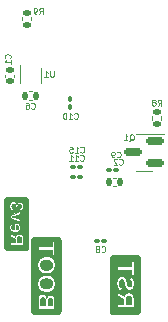
<source format=gbo>
G04 #@! TF.GenerationSoftware,KiCad,Pcbnew,(6.0.5-0)*
G04 #@! TF.CreationDate,2022-09-21T23:51:35-04:00*
G04 #@! TF.ProjectId,pico_ducky_pcb,7069636f-5f64-4756-936b-795f7063622e,rev?*
G04 #@! TF.SameCoordinates,Original*
G04 #@! TF.FileFunction,Legend,Bot*
G04 #@! TF.FilePolarity,Positive*
%FSLAX46Y46*%
G04 Gerber Fmt 4.6, Leading zero omitted, Abs format (unit mm)*
G04 Created by KiCad (PCBNEW (6.0.5-0)) date 2022-09-21 23:51:35*
%MOMM*%
%LPD*%
G01*
G04 APERTURE LIST*
G04 Aperture macros list*
%AMRoundRect*
0 Rectangle with rounded corners*
0 $1 Rounding radius*
0 $2 $3 $4 $5 $6 $7 $8 $9 X,Y pos of 4 corners*
0 Add a 4 corners polygon primitive as box body*
4,1,4,$2,$3,$4,$5,$6,$7,$8,$9,$2,$3,0*
0 Add four circle primitives for the rounded corners*
1,1,$1+$1,$2,$3*
1,1,$1+$1,$4,$5*
1,1,$1+$1,$6,$7*
1,1,$1+$1,$8,$9*
0 Add four rect primitives between the rounded corners*
20,1,$1+$1,$2,$3,$4,$5,0*
20,1,$1+$1,$4,$5,$6,$7,0*
20,1,$1+$1,$6,$7,$8,$9,0*
20,1,$1+$1,$8,$9,$2,$3,0*%
G04 Aperture macros list end*
%ADD10C,0.010000*%
%ADD11C,0.100000*%
%ADD12C,0.120000*%
%ADD13C,0.711200*%
%ADD14C,2.600000*%
%ADD15RoundRect,0.140000X0.170000X-0.140000X0.170000X0.140000X-0.170000X0.140000X-0.170000X-0.140000X0*%
%ADD16RoundRect,0.100000X0.130000X0.100000X-0.130000X0.100000X-0.130000X-0.100000X0.130000X-0.100000X0*%
%ADD17RoundRect,0.140000X-0.140000X-0.170000X0.140000X-0.170000X0.140000X0.170000X-0.140000X0.170000X0*%
%ADD18RoundRect,0.135000X-0.185000X0.135000X-0.185000X-0.135000X0.185000X-0.135000X0.185000X0.135000X0*%
%ADD19RoundRect,0.100000X-0.130000X-0.100000X0.130000X-0.100000X0.130000X0.100000X-0.130000X0.100000X0*%
%ADD20R,0.300000X0.450000*%
%ADD21RoundRect,0.150000X0.587500X0.150000X-0.587500X0.150000X-0.587500X-0.150000X0.587500X-0.150000X0*%
%ADD22RoundRect,0.100000X0.100000X-0.130000X0.100000X0.130000X-0.100000X0.130000X-0.100000X-0.130000X0*%
%ADD23RoundRect,0.140000X0.140000X0.170000X-0.140000X0.170000X-0.140000X-0.170000X0.140000X-0.170000X0*%
%ADD24RoundRect,0.135000X0.185000X-0.135000X0.185000X0.135000X-0.185000X0.135000X-0.185000X-0.135000X0*%
G04 APERTURE END LIST*
D10*
G36*
X81436377Y-60100640D02*
G01*
X81477682Y-60118280D01*
X81509802Y-60147670D01*
X81532736Y-60188810D01*
X81546500Y-60241690D01*
X81551093Y-60306350D01*
X81551093Y-60613930D01*
X81212576Y-60613930D01*
X81212576Y-60299830D01*
X81213843Y-60267560D01*
X81217642Y-60237990D01*
X81223959Y-60211130D01*
X81232825Y-60186990D01*
X81244223Y-60165570D01*
X81258139Y-60146850D01*
X81274344Y-60130950D01*
X81292593Y-60117920D01*
X81312872Y-60107800D01*
X81335181Y-60100570D01*
X81359518Y-60096220D01*
X81385901Y-60094770D01*
X81436377Y-60100640D01*
G37*
X81436377Y-60100640D02*
X81477682Y-60118280D01*
X81509802Y-60147670D01*
X81532736Y-60188810D01*
X81546500Y-60241690D01*
X81551093Y-60306350D01*
X81551093Y-60613930D01*
X81212576Y-60613930D01*
X81212576Y-60299830D01*
X81213843Y-60267560D01*
X81217642Y-60237990D01*
X81223959Y-60211130D01*
X81232825Y-60186990D01*
X81244223Y-60165570D01*
X81258139Y-60146850D01*
X81274344Y-60130950D01*
X81292593Y-60117920D01*
X81312872Y-60107800D01*
X81335181Y-60100570D01*
X81359518Y-60096220D01*
X81385901Y-60094770D01*
X81436377Y-60100640D01*
G36*
X81164435Y-59144756D02*
G01*
X81195532Y-59150112D01*
X81223654Y-59157589D01*
X81248831Y-59167202D01*
X81271033Y-59178936D01*
X81290289Y-59192791D01*
X81306570Y-59208568D01*
X81319907Y-59226055D01*
X81330267Y-59245266D01*
X81337668Y-59266201D01*
X81342108Y-59288860D01*
X81343588Y-59313228D01*
X81342032Y-59339046D01*
X81337347Y-59362819D01*
X81329550Y-59384517D01*
X81318625Y-59404171D01*
X81304587Y-59421779D01*
X81287436Y-59437313D01*
X81267477Y-59450679D01*
X81245032Y-59461772D01*
X81220099Y-59470577D01*
X81192679Y-59477108D01*
X81162772Y-59481334D01*
X81130408Y-59483303D01*
X81130408Y-59141521D01*
X81164435Y-59144756D01*
G37*
X81164435Y-59144756D02*
X81195532Y-59150112D01*
X81223654Y-59157589D01*
X81248831Y-59167202D01*
X81271033Y-59178936D01*
X81290289Y-59192791D01*
X81306570Y-59208568D01*
X81319907Y-59226055D01*
X81330267Y-59245266D01*
X81337668Y-59266201D01*
X81342108Y-59288860D01*
X81343588Y-59313228D01*
X81342032Y-59339046D01*
X81337347Y-59362819D01*
X81329550Y-59384517D01*
X81318625Y-59404171D01*
X81304587Y-59421779D01*
X81287436Y-59437313D01*
X81267477Y-59450679D01*
X81245032Y-59461772D01*
X81220099Y-59470577D01*
X81192679Y-59477108D01*
X81162772Y-59481334D01*
X81130408Y-59483303D01*
X81130408Y-59141521D01*
X81164435Y-59144756D01*
G36*
X80360892Y-61266920D02*
G01*
X80322760Y-61257760D01*
X80286505Y-61242750D01*
X80253058Y-61222240D01*
X80223227Y-61196770D01*
X80197760Y-61166940D01*
X80177252Y-61133490D01*
X80162238Y-61097240D01*
X80153082Y-61059110D01*
X80150000Y-61020000D01*
X80150000Y-59796123D01*
X80590887Y-59796123D01*
X80590887Y-60066280D01*
X81026236Y-60332380D01*
X81026236Y-60613930D01*
X80590887Y-60613930D01*
X80590887Y-60854000D01*
X81737448Y-60854000D01*
X81737448Y-60281120D01*
X81734991Y-60215360D01*
X81727637Y-60154810D01*
X81715369Y-60099450D01*
X81698203Y-60049300D01*
X81676123Y-60004329D01*
X81649146Y-59964580D01*
X81617590Y-59930507D01*
X81581747Y-59902629D01*
X81541632Y-59880947D01*
X81497260Y-59865474D01*
X81448599Y-59856182D01*
X81395667Y-59853084D01*
X81356436Y-59854976D01*
X81319037Y-59860683D01*
X81283469Y-59870174D01*
X81249731Y-59883464D01*
X81217825Y-59900554D01*
X81187750Y-59921443D01*
X81160254Y-59945568D01*
X81136099Y-59972347D01*
X81115240Y-60001796D01*
X81097708Y-60033920D01*
X81083502Y-60068710D01*
X81072623Y-60106170D01*
X81035193Y-60082080D01*
X80590887Y-59796123D01*
X80150000Y-59796123D01*
X80150000Y-59313228D01*
X80574606Y-59313228D01*
X80577872Y-59376857D01*
X80587683Y-59435375D01*
X80604010Y-59488796D01*
X80626868Y-59537090D01*
X80656271Y-59580287D01*
X80692206Y-59618389D01*
X80734396Y-59650951D01*
X80782568Y-59677608D01*
X80836737Y-59698329D01*
X80896902Y-59713130D01*
X80963049Y-59722011D01*
X81035193Y-59724971D01*
X81105078Y-59721965D01*
X81169348Y-59712947D01*
X81228033Y-59697917D01*
X81281104Y-59676876D01*
X81328574Y-59649822D01*
X81370428Y-59616756D01*
X81406241Y-59578167D01*
X81435538Y-59534557D01*
X81458319Y-59485942D01*
X81474600Y-59432308D01*
X81484366Y-59373638D01*
X81487616Y-59309963D01*
X81484122Y-59249248D01*
X81473639Y-59193508D01*
X81471350Y-59186851D01*
X81456183Y-59142742D01*
X81431738Y-59096935D01*
X81400305Y-59056118D01*
X81361899Y-59020259D01*
X81316733Y-58989696D01*
X81265097Y-58964672D01*
X81206976Y-58945217D01*
X81142371Y-58931316D01*
X81071280Y-58922969D01*
X80993689Y-58920192D01*
X80987189Y-58920192D01*
X80987189Y-59484920D01*
X80946082Y-59483593D01*
X80908469Y-59479625D01*
X80874365Y-59473018D01*
X80843771Y-59463756D01*
X80816687Y-59451854D01*
X80793097Y-59437313D01*
X80773077Y-59420330D01*
X80756705Y-59401104D01*
X80743979Y-59379634D01*
X80734869Y-59355938D01*
X80729422Y-59329998D01*
X80727606Y-59301830D01*
X80730521Y-59263896D01*
X80739264Y-59230938D01*
X80753836Y-59202953D01*
X80774252Y-59179943D01*
X80800497Y-59161907D01*
X80832556Y-59148845D01*
X80813849Y-58933208D01*
X80740759Y-58969768D01*
X80680945Y-59017025D01*
X80634421Y-59074993D01*
X80601187Y-59143688D01*
X80581259Y-59223094D01*
X80574606Y-59313228D01*
X80150000Y-59313228D01*
X80150000Y-58563472D01*
X80590887Y-58563472D01*
X81471350Y-58878383D01*
X81471350Y-58636699D01*
X80979041Y-58482921D01*
X80962088Y-58477916D01*
X80938361Y-58471065D01*
X80907843Y-58462368D01*
X80870535Y-58451808D01*
X80775595Y-58425136D01*
X80788123Y-58421947D01*
X80803458Y-58417812D01*
X80821585Y-58412731D01*
X80842505Y-58406688D01*
X80866248Y-58399715D01*
X80892783Y-58391780D01*
X80932135Y-58379558D01*
X80994315Y-58359767D01*
X81079337Y-58332363D01*
X81187170Y-58297374D01*
X81317831Y-58254787D01*
X81471350Y-58204616D01*
X81471350Y-57965370D01*
X80902548Y-58175122D01*
X80590887Y-58290050D01*
X80590887Y-58563472D01*
X80150000Y-58563472D01*
X80150000Y-57519940D01*
X80572165Y-57519940D01*
X80574530Y-57579420D01*
X80581610Y-57634690D01*
X80593420Y-57685740D01*
X80609961Y-57732600D01*
X80631216Y-57775250D01*
X80657202Y-57813700D01*
X80687628Y-57847550D01*
X80722250Y-57876370D01*
X80761053Y-57900170D01*
X80804037Y-57918960D01*
X80851202Y-57932720D01*
X80902548Y-57941460D01*
X80922903Y-57708720D01*
X80872427Y-57697400D01*
X80831122Y-57678080D01*
X80799002Y-57650750D01*
X80776068Y-57615410D01*
X80762289Y-57572090D01*
X80757712Y-57520760D01*
X80758841Y-57494380D01*
X80762228Y-57470040D01*
X80767874Y-57447730D01*
X80775793Y-57427460D01*
X80785956Y-57409210D01*
X80798392Y-57393000D01*
X80813147Y-57379090D01*
X80830313Y-57367690D01*
X80849860Y-57358820D01*
X80871817Y-57352490D01*
X80896155Y-57348690D01*
X80922903Y-57347440D01*
X80947394Y-57348960D01*
X80969916Y-57353570D01*
X80990439Y-57361260D01*
X81008963Y-57372020D01*
X81025519Y-57385860D01*
X81040060Y-57402770D01*
X81052496Y-57422690D01*
X81062674Y-57445610D01*
X81070578Y-57471520D01*
X81076239Y-57500410D01*
X81079626Y-57532280D01*
X81080756Y-57567130D01*
X81080756Y-57646890D01*
X81265479Y-57646890D01*
X81265479Y-57572020D01*
X81266592Y-57540550D01*
X81269949Y-57511810D01*
X81275534Y-57485760D01*
X81283377Y-57462440D01*
X81293433Y-57441830D01*
X81305746Y-57423920D01*
X81320135Y-57408750D01*
X81336447Y-57396340D01*
X81354666Y-57386680D01*
X81374823Y-57379790D01*
X81396902Y-57375650D01*
X81420889Y-57374280D01*
X81443640Y-57375380D01*
X81464697Y-57378660D01*
X81484061Y-57384140D01*
X81501715Y-57391810D01*
X81517691Y-57401680D01*
X81531973Y-57413740D01*
X81544272Y-57427900D01*
X81554343Y-57444070D01*
X81562186Y-57462260D01*
X81567770Y-57482460D01*
X81571127Y-57504680D01*
X81572256Y-57528900D01*
X81571173Y-57551740D01*
X81567908Y-57573070D01*
X81562491Y-57592880D01*
X81554892Y-57611170D01*
X81545126Y-57627960D01*
X81533194Y-57643230D01*
X81519263Y-57656700D01*
X81503531Y-57668130D01*
X81485999Y-57677500D01*
X81466635Y-57684810D01*
X81445486Y-57690070D01*
X81422522Y-57693260D01*
X81438803Y-57921930D01*
X81486380Y-57913540D01*
X81530386Y-57900330D01*
X81570822Y-57882260D01*
X81607703Y-57859370D01*
X81640982Y-57831630D01*
X81670706Y-57799070D01*
X81696326Y-57762280D01*
X81717276Y-57721930D01*
X81733572Y-57678020D01*
X81745215Y-57630520D01*
X81752203Y-57579460D01*
X81754538Y-57524820D01*
X81752280Y-57467070D01*
X81745535Y-57413660D01*
X81734290Y-57364620D01*
X81718542Y-57319940D01*
X81698294Y-57279630D01*
X81673560Y-57243680D01*
X81644843Y-57212720D01*
X81612662Y-57187390D01*
X81577032Y-57167690D01*
X81537939Y-57153620D01*
X81495383Y-57145180D01*
X81449377Y-57142360D01*
X81414633Y-57144110D01*
X81382010Y-57149360D01*
X81351523Y-57158140D01*
X81323157Y-57170390D01*
X81296912Y-57186170D01*
X81272787Y-57205440D01*
X81251028Y-57228010D01*
X81231833Y-57253670D01*
X81215216Y-57282440D01*
X81201178Y-57314280D01*
X81189719Y-57349240D01*
X81180838Y-57387290D01*
X81177588Y-57387290D01*
X81170874Y-57345040D01*
X81161078Y-57306150D01*
X81148199Y-57270630D01*
X81132208Y-57238480D01*
X81113104Y-57209700D01*
X81090918Y-57184280D01*
X81066092Y-57162520D01*
X81039069Y-57144730D01*
X81009863Y-57130870D01*
X80978461Y-57120980D01*
X80944861Y-57115050D01*
X80909064Y-57113060D01*
X80857382Y-57116010D01*
X80809790Y-57124830D01*
X80766241Y-57139520D01*
X80726782Y-57160090D01*
X80691382Y-57186530D01*
X80660056Y-57218870D01*
X80633200Y-57256600D01*
X80611227Y-57299330D01*
X80594138Y-57347030D01*
X80581931Y-57399680D01*
X80574606Y-57457330D01*
X80572165Y-57519940D01*
X80150000Y-57519940D01*
X80150000Y-57020000D01*
X80153082Y-56980890D01*
X80162238Y-56942760D01*
X80177252Y-56906510D01*
X80197760Y-56873060D01*
X80223227Y-56843230D01*
X80253058Y-56817760D01*
X80286505Y-56797250D01*
X80322760Y-56782240D01*
X80360892Y-56773080D01*
X80400000Y-56770000D01*
X81900000Y-56770000D01*
X81939108Y-56773080D01*
X81977240Y-56782240D01*
X82013495Y-56797250D01*
X82046942Y-56817760D01*
X82076773Y-56843230D01*
X82102240Y-56873060D01*
X82122748Y-56906510D01*
X82137762Y-56942760D01*
X82146918Y-56980890D01*
X82150000Y-57020000D01*
X82150000Y-61020000D01*
X82146918Y-61059110D01*
X82137762Y-61097240D01*
X82122748Y-61133490D01*
X82102240Y-61166940D01*
X82076773Y-61196770D01*
X82046942Y-61222240D01*
X82013495Y-61242750D01*
X81977240Y-61257760D01*
X81939108Y-61266920D01*
X81900000Y-61270000D01*
X80400000Y-61270000D01*
X80360892Y-61266920D01*
G37*
X80360892Y-61266920D02*
X80322760Y-61257760D01*
X80286505Y-61242750D01*
X80253058Y-61222240D01*
X80223227Y-61196770D01*
X80197760Y-61166940D01*
X80177252Y-61133490D01*
X80162238Y-61097240D01*
X80153082Y-61059110D01*
X80150000Y-61020000D01*
X80150000Y-59796123D01*
X80590887Y-59796123D01*
X80590887Y-60066280D01*
X81026236Y-60332380D01*
X81026236Y-60613930D01*
X80590887Y-60613930D01*
X80590887Y-60854000D01*
X81737448Y-60854000D01*
X81737448Y-60281120D01*
X81734991Y-60215360D01*
X81727637Y-60154810D01*
X81715369Y-60099450D01*
X81698203Y-60049300D01*
X81676123Y-60004329D01*
X81649146Y-59964580D01*
X81617590Y-59930507D01*
X81581747Y-59902629D01*
X81541632Y-59880947D01*
X81497260Y-59865474D01*
X81448599Y-59856182D01*
X81395667Y-59853084D01*
X81356436Y-59854976D01*
X81319037Y-59860683D01*
X81283469Y-59870174D01*
X81249731Y-59883464D01*
X81217825Y-59900554D01*
X81187750Y-59921443D01*
X81160254Y-59945568D01*
X81136099Y-59972347D01*
X81115240Y-60001796D01*
X81097708Y-60033920D01*
X81083502Y-60068710D01*
X81072623Y-60106170D01*
X81035193Y-60082080D01*
X80590887Y-59796123D01*
X80150000Y-59796123D01*
X80150000Y-59313228D01*
X80574606Y-59313228D01*
X80577872Y-59376857D01*
X80587683Y-59435375D01*
X80604010Y-59488796D01*
X80626868Y-59537090D01*
X80656271Y-59580287D01*
X80692206Y-59618389D01*
X80734396Y-59650951D01*
X80782568Y-59677608D01*
X80836737Y-59698329D01*
X80896902Y-59713130D01*
X80963049Y-59722011D01*
X81035193Y-59724971D01*
X81105078Y-59721965D01*
X81169348Y-59712947D01*
X81228033Y-59697917D01*
X81281104Y-59676876D01*
X81328574Y-59649822D01*
X81370428Y-59616756D01*
X81406241Y-59578167D01*
X81435538Y-59534557D01*
X81458319Y-59485942D01*
X81474600Y-59432308D01*
X81484366Y-59373638D01*
X81487616Y-59309963D01*
X81484122Y-59249248D01*
X81473639Y-59193508D01*
X81471350Y-59186851D01*
X81456183Y-59142742D01*
X81431738Y-59096935D01*
X81400305Y-59056118D01*
X81361899Y-59020259D01*
X81316733Y-58989696D01*
X81265097Y-58964672D01*
X81206976Y-58945217D01*
X81142371Y-58931316D01*
X81071280Y-58922969D01*
X80993689Y-58920192D01*
X80987189Y-58920192D01*
X80987189Y-59484920D01*
X80946082Y-59483593D01*
X80908469Y-59479625D01*
X80874365Y-59473018D01*
X80843771Y-59463756D01*
X80816687Y-59451854D01*
X80793097Y-59437313D01*
X80773077Y-59420330D01*
X80756705Y-59401104D01*
X80743979Y-59379634D01*
X80734869Y-59355938D01*
X80729422Y-59329998D01*
X80727606Y-59301830D01*
X80730521Y-59263896D01*
X80739264Y-59230938D01*
X80753836Y-59202953D01*
X80774252Y-59179943D01*
X80800497Y-59161907D01*
X80832556Y-59148845D01*
X80813849Y-58933208D01*
X80740759Y-58969768D01*
X80680945Y-59017025D01*
X80634421Y-59074993D01*
X80601187Y-59143688D01*
X80581259Y-59223094D01*
X80574606Y-59313228D01*
X80150000Y-59313228D01*
X80150000Y-58563472D01*
X80590887Y-58563472D01*
X81471350Y-58878383D01*
X81471350Y-58636699D01*
X80979041Y-58482921D01*
X80962088Y-58477916D01*
X80938361Y-58471065D01*
X80907843Y-58462368D01*
X80870535Y-58451808D01*
X80775595Y-58425136D01*
X80788123Y-58421947D01*
X80803458Y-58417812D01*
X80821585Y-58412731D01*
X80842505Y-58406688D01*
X80866248Y-58399715D01*
X80892783Y-58391780D01*
X80932135Y-58379558D01*
X80994315Y-58359767D01*
X81079337Y-58332363D01*
X81187170Y-58297374D01*
X81317831Y-58254787D01*
X81471350Y-58204616D01*
X81471350Y-57965370D01*
X80902548Y-58175122D01*
X80590887Y-58290050D01*
X80590887Y-58563472D01*
X80150000Y-58563472D01*
X80150000Y-57519940D01*
X80572165Y-57519940D01*
X80574530Y-57579420D01*
X80581610Y-57634690D01*
X80593420Y-57685740D01*
X80609961Y-57732600D01*
X80631216Y-57775250D01*
X80657202Y-57813700D01*
X80687628Y-57847550D01*
X80722250Y-57876370D01*
X80761053Y-57900170D01*
X80804037Y-57918960D01*
X80851202Y-57932720D01*
X80902548Y-57941460D01*
X80922903Y-57708720D01*
X80872427Y-57697400D01*
X80831122Y-57678080D01*
X80799002Y-57650750D01*
X80776068Y-57615410D01*
X80762289Y-57572090D01*
X80757712Y-57520760D01*
X80758841Y-57494380D01*
X80762228Y-57470040D01*
X80767874Y-57447730D01*
X80775793Y-57427460D01*
X80785956Y-57409210D01*
X80798392Y-57393000D01*
X80813147Y-57379090D01*
X80830313Y-57367690D01*
X80849860Y-57358820D01*
X80871817Y-57352490D01*
X80896155Y-57348690D01*
X80922903Y-57347440D01*
X80947394Y-57348960D01*
X80969916Y-57353570D01*
X80990439Y-57361260D01*
X81008963Y-57372020D01*
X81025519Y-57385860D01*
X81040060Y-57402770D01*
X81052496Y-57422690D01*
X81062674Y-57445610D01*
X81070578Y-57471520D01*
X81076239Y-57500410D01*
X81079626Y-57532280D01*
X81080756Y-57567130D01*
X81080756Y-57646890D01*
X81265479Y-57646890D01*
X81265479Y-57572020D01*
X81266592Y-57540550D01*
X81269949Y-57511810D01*
X81275534Y-57485760D01*
X81283377Y-57462440D01*
X81293433Y-57441830D01*
X81305746Y-57423920D01*
X81320135Y-57408750D01*
X81336447Y-57396340D01*
X81354666Y-57386680D01*
X81374823Y-57379790D01*
X81396902Y-57375650D01*
X81420889Y-57374280D01*
X81443640Y-57375380D01*
X81464697Y-57378660D01*
X81484061Y-57384140D01*
X81501715Y-57391810D01*
X81517691Y-57401680D01*
X81531973Y-57413740D01*
X81544272Y-57427900D01*
X81554343Y-57444070D01*
X81562186Y-57462260D01*
X81567770Y-57482460D01*
X81571127Y-57504680D01*
X81572256Y-57528900D01*
X81571173Y-57551740D01*
X81567908Y-57573070D01*
X81562491Y-57592880D01*
X81554892Y-57611170D01*
X81545126Y-57627960D01*
X81533194Y-57643230D01*
X81519263Y-57656700D01*
X81503531Y-57668130D01*
X81485999Y-57677500D01*
X81466635Y-57684810D01*
X81445486Y-57690070D01*
X81422522Y-57693260D01*
X81438803Y-57921930D01*
X81486380Y-57913540D01*
X81530386Y-57900330D01*
X81570822Y-57882260D01*
X81607703Y-57859370D01*
X81640982Y-57831630D01*
X81670706Y-57799070D01*
X81696326Y-57762280D01*
X81717276Y-57721930D01*
X81733572Y-57678020D01*
X81745215Y-57630520D01*
X81752203Y-57579460D01*
X81754538Y-57524820D01*
X81752280Y-57467070D01*
X81745535Y-57413660D01*
X81734290Y-57364620D01*
X81718542Y-57319940D01*
X81698294Y-57279630D01*
X81673560Y-57243680D01*
X81644843Y-57212720D01*
X81612662Y-57187390D01*
X81577032Y-57167690D01*
X81537939Y-57153620D01*
X81495383Y-57145180D01*
X81449377Y-57142360D01*
X81414633Y-57144110D01*
X81382010Y-57149360D01*
X81351523Y-57158140D01*
X81323157Y-57170390D01*
X81296912Y-57186170D01*
X81272787Y-57205440D01*
X81251028Y-57228010D01*
X81231833Y-57253670D01*
X81215216Y-57282440D01*
X81201178Y-57314280D01*
X81189719Y-57349240D01*
X81180838Y-57387290D01*
X81177588Y-57387290D01*
X81170874Y-57345040D01*
X81161078Y-57306150D01*
X81148199Y-57270630D01*
X81132208Y-57238480D01*
X81113104Y-57209700D01*
X81090918Y-57184280D01*
X81066092Y-57162520D01*
X81039069Y-57144730D01*
X81009863Y-57130870D01*
X80978461Y-57120980D01*
X80944861Y-57115050D01*
X80909064Y-57113060D01*
X80857382Y-57116010D01*
X80809790Y-57124830D01*
X80766241Y-57139520D01*
X80726782Y-57160090D01*
X80691382Y-57186530D01*
X80660056Y-57218870D01*
X80633200Y-57256600D01*
X80611227Y-57299330D01*
X80594138Y-57347030D01*
X80581931Y-57399680D01*
X80574606Y-57457330D01*
X80572165Y-57519940D01*
X80150000Y-57519940D01*
X80150000Y-57020000D01*
X80153082Y-56980890D01*
X80162238Y-56942760D01*
X80177252Y-56906510D01*
X80197760Y-56873060D01*
X80223227Y-56843230D01*
X80253058Y-56817760D01*
X80286505Y-56797250D01*
X80322760Y-56782240D01*
X80360892Y-56773080D01*
X80400000Y-56770000D01*
X81900000Y-56770000D01*
X81939108Y-56773080D01*
X81977240Y-56782240D01*
X82013495Y-56797250D01*
X82046942Y-56817760D01*
X82076773Y-56843230D01*
X82102240Y-56873060D01*
X82122748Y-56906510D01*
X82137762Y-56942760D01*
X82146918Y-56980890D01*
X82150000Y-57020000D01*
X82150000Y-61020000D01*
X82146918Y-61059110D01*
X82137762Y-61097240D01*
X82122748Y-61133490D01*
X82102240Y-61166940D01*
X82076773Y-61196770D01*
X82046942Y-61222240D01*
X82013495Y-61242750D01*
X81977240Y-61257760D01*
X81939108Y-61266920D01*
X81900000Y-61270000D01*
X80400000Y-61270000D01*
X80360892Y-61266920D01*
G36*
X90716567Y-65143461D02*
G01*
X90768188Y-65165494D01*
X90808349Y-65202240D01*
X90837020Y-65253660D01*
X90854232Y-65319780D01*
X90859969Y-65400590D01*
X90859969Y-65785080D01*
X90436813Y-65785080D01*
X90436813Y-65392440D01*
X90438400Y-65352090D01*
X90443145Y-65315140D01*
X90451049Y-65281570D01*
X90462127Y-65251400D01*
X90476364Y-65224610D01*
X90493774Y-65201220D01*
X90514037Y-65181318D01*
X90536834Y-65165052D01*
X90562179Y-65152387D01*
X90590072Y-65143354D01*
X90620498Y-65137922D01*
X90653472Y-65136121D01*
X90716567Y-65143461D01*
G37*
X90716567Y-65143461D02*
X90768188Y-65165494D01*
X90808349Y-65202240D01*
X90837020Y-65253660D01*
X90854232Y-65319780D01*
X90859969Y-65400590D01*
X90859969Y-65785080D01*
X90436813Y-65785080D01*
X90436813Y-65392440D01*
X90438400Y-65352090D01*
X90443145Y-65315140D01*
X90451049Y-65281570D01*
X90462127Y-65251400D01*
X90476364Y-65224610D01*
X90493774Y-65201220D01*
X90514037Y-65181318D01*
X90536834Y-65165052D01*
X90562179Y-65152387D01*
X90590072Y-65143354D01*
X90620498Y-65137922D01*
X90653472Y-65136121D01*
X90716567Y-65143461D01*
G36*
X89320890Y-66686920D02*
G01*
X89282760Y-66677760D01*
X89246510Y-66662750D01*
X89213060Y-66642240D01*
X89183230Y-66616770D01*
X89157760Y-66586940D01*
X89137250Y-66553490D01*
X89122240Y-66517240D01*
X89113080Y-66479110D01*
X89110000Y-66440000D01*
X89110000Y-64762800D01*
X89659698Y-64762800D01*
X89659698Y-65100507D01*
X90203903Y-65433130D01*
X90203903Y-65785080D01*
X89659698Y-65785080D01*
X89659698Y-66085140D01*
X91092895Y-66085140D01*
X91092895Y-65369050D01*
X91089828Y-65286850D01*
X91080642Y-65211160D01*
X91065307Y-65141965D01*
X91043853Y-65079267D01*
X91016250Y-65023069D01*
X90982528Y-64973371D01*
X90943069Y-64930784D01*
X90898284Y-64895933D01*
X90848144Y-64868833D01*
X90792663Y-64849485D01*
X90731841Y-64837873D01*
X90665679Y-64833997D01*
X90616638Y-64836378D01*
X90569900Y-64843488D01*
X90525436Y-64855359D01*
X90483260Y-64871976D01*
X90443374Y-64893339D01*
X90405776Y-64919462D01*
X90371414Y-64949598D01*
X90341216Y-64983076D01*
X90315139Y-65019895D01*
X90293228Y-65060041D01*
X90275482Y-65103528D01*
X90261871Y-65150342D01*
X90033004Y-65003049D01*
X89659698Y-64762800D01*
X89110000Y-64762800D01*
X89110000Y-64061536D01*
X89639358Y-64061536D01*
X89642074Y-64150114D01*
X89650207Y-64232068D01*
X89663772Y-64307432D01*
X89682754Y-64376172D01*
X89707168Y-64438306D01*
X89736999Y-64493833D01*
X89772354Y-64542936D01*
X89813293Y-64585828D01*
X89859832Y-64622495D01*
X89911956Y-64652967D01*
X89969680Y-64677198D01*
X90033004Y-64695234D01*
X90080810Y-64405332D01*
X90044570Y-64393949D01*
X90011810Y-64379453D01*
X89982513Y-64361844D01*
X89956710Y-64341138D01*
X89934371Y-64317319D01*
X89915511Y-64290403D01*
X89899810Y-64260068D01*
X89886978Y-64226087D01*
X89876983Y-64188428D01*
X89869857Y-64147092D01*
X89865569Y-64102079D01*
X89864150Y-64053403D01*
X89869460Y-63957365D01*
X89885391Y-63878782D01*
X89911956Y-63817670D01*
X89949142Y-63774015D01*
X89996948Y-63747816D01*
X90055374Y-63739088D01*
X90075134Y-63740095D01*
X90093688Y-63743101D01*
X90111068Y-63748121D01*
X90127258Y-63755140D01*
X90142257Y-63764173D01*
X90156082Y-63775205D01*
X90168929Y-63788068D01*
X90181060Y-63802549D01*
X90192443Y-63818693D01*
X90203094Y-63836454D01*
X90213012Y-63855878D01*
X90222198Y-63876920D01*
X90231323Y-63902143D01*
X90241073Y-63934049D01*
X90251449Y-63972669D01*
X90262435Y-64017972D01*
X90274047Y-64069974D01*
X90286285Y-64128660D01*
X90298431Y-64179532D01*
X90309738Y-64224958D01*
X90320236Y-64264966D01*
X90329910Y-64299558D01*
X90338760Y-64328718D01*
X90346801Y-64352445D01*
X90354659Y-64373136D01*
X90362945Y-64393140D01*
X90371703Y-64412458D01*
X90380920Y-64431104D01*
X90390579Y-64449079D01*
X90400695Y-64466382D01*
X90411392Y-64482908D01*
X90422790Y-64498578D01*
X90434905Y-64513410D01*
X90447723Y-64527402D01*
X90461242Y-64540540D01*
X90475463Y-64552839D01*
X90490478Y-64564268D01*
X90506332Y-64574811D01*
X90523025Y-64584485D01*
X90540573Y-64593290D01*
X90558959Y-64601209D01*
X90578201Y-64608259D01*
X90598358Y-64614316D01*
X90619460Y-64619276D01*
X90641525Y-64623136D01*
X90664550Y-64625883D01*
X90688537Y-64627546D01*
X90713485Y-64628095D01*
X90775726Y-64624036D01*
X90832900Y-64611875D01*
X90885009Y-64591596D01*
X90932067Y-64563215D01*
X90974075Y-64526731D01*
X91011016Y-64482130D01*
X91042556Y-64429777D01*
X91068374Y-64370069D01*
X91088455Y-64302976D01*
X91102783Y-64228513D01*
X91111389Y-64146696D01*
X91114257Y-64057477D01*
X91111938Y-63972333D01*
X91104995Y-63894559D01*
X91093414Y-63824155D01*
X91077194Y-63761136D01*
X91056335Y-63705488D01*
X91030837Y-63657224D01*
X91000015Y-63615262D01*
X90963149Y-63578611D01*
X90920226Y-63547224D01*
X90871261Y-63521131D01*
X90860992Y-63517246D01*
X90816253Y-63500318D01*
X90755187Y-63484785D01*
X90715515Y-63775724D01*
X90745101Y-63784452D01*
X90772140Y-63795774D01*
X90796630Y-63809659D01*
X90818588Y-63826124D01*
X90837997Y-63845151D01*
X90854858Y-63866758D01*
X90869171Y-63891294D01*
X90880859Y-63919126D01*
X90889968Y-63950284D01*
X90896469Y-63984739D01*
X90900359Y-64022504D01*
X90901672Y-64063566D01*
X90896911Y-64146863D01*
X90882675Y-64214994D01*
X90858947Y-64268003D01*
X90825714Y-64305875D01*
X90783004Y-64328596D01*
X90730789Y-64336164D01*
X90712707Y-64335355D01*
X90695739Y-64332944D01*
X90679916Y-64328916D01*
X90665222Y-64323286D01*
X90651656Y-64316038D01*
X90639221Y-64307188D01*
X90627654Y-64296735D01*
X90616683Y-64284742D01*
X90606292Y-64271192D01*
X90596511Y-64256101D01*
X90587310Y-64239438D01*
X90578704Y-64221235D01*
X90570037Y-64198987D01*
X90560684Y-64170270D01*
X90550598Y-64135038D01*
X90539825Y-64093305D01*
X90528335Y-64045072D01*
X90516143Y-63990339D01*
X90501754Y-63924772D01*
X90487731Y-63865735D01*
X90474059Y-63813215D01*
X90460769Y-63767240D01*
X90447845Y-63727781D01*
X90435287Y-63694852D01*
X90422576Y-63666212D01*
X90409179Y-63639631D01*
X90395110Y-63615125D01*
X90380355Y-63592679D01*
X90364929Y-63572294D01*
X90348846Y-63553968D01*
X90331863Y-63537351D01*
X90313796Y-63522092D01*
X90294677Y-63508192D01*
X90274459Y-63495649D01*
X90253188Y-63484449D01*
X90230834Y-63474622D01*
X90207366Y-63466230D01*
X90182754Y-63459363D01*
X90156967Y-63454023D01*
X90130035Y-63450208D01*
X90101928Y-63447919D01*
X90072677Y-63447156D01*
X90005248Y-63451490D01*
X89943328Y-63464506D01*
X89886917Y-63486188D01*
X89836013Y-63516553D01*
X89790618Y-63555601D01*
X89750732Y-63603300D01*
X89716705Y-63659406D01*
X89688857Y-63723615D01*
X89667205Y-63795927D01*
X89651733Y-63876356D01*
X89642455Y-63964902D01*
X89639358Y-64061536D01*
X89110000Y-64061536D01*
X89110000Y-62912050D01*
X89659698Y-62912050D01*
X90860992Y-62912050D01*
X90860992Y-63374860D01*
X91092895Y-63374860D01*
X91092895Y-62148130D01*
X90860992Y-62148130D01*
X90860992Y-62611980D01*
X89659698Y-62611980D01*
X89659698Y-62912050D01*
X89110000Y-62912050D01*
X89110000Y-61940000D01*
X89113080Y-61900890D01*
X89122240Y-61862760D01*
X89137250Y-61826510D01*
X89157760Y-61793060D01*
X89183230Y-61763230D01*
X89213060Y-61737760D01*
X89246510Y-61717250D01*
X89282760Y-61702240D01*
X89320890Y-61693080D01*
X89360000Y-61690000D01*
X91360000Y-61690000D01*
X91399110Y-61693080D01*
X91437240Y-61702240D01*
X91473490Y-61717250D01*
X91506940Y-61737760D01*
X91536770Y-61763230D01*
X91562240Y-61793060D01*
X91582750Y-61826510D01*
X91597760Y-61862760D01*
X91606920Y-61900890D01*
X91610000Y-61940000D01*
X91610000Y-66440000D01*
X91606920Y-66479110D01*
X91597760Y-66517240D01*
X91582750Y-66553490D01*
X91562240Y-66586940D01*
X91536770Y-66616770D01*
X91506940Y-66642240D01*
X91473490Y-66662750D01*
X91437240Y-66677760D01*
X91399110Y-66686920D01*
X91360000Y-66690000D01*
X89360000Y-66690000D01*
X89320890Y-66686920D01*
G37*
X89320890Y-66686920D02*
X89282760Y-66677760D01*
X89246510Y-66662750D01*
X89213060Y-66642240D01*
X89183230Y-66616770D01*
X89157760Y-66586940D01*
X89137250Y-66553490D01*
X89122240Y-66517240D01*
X89113080Y-66479110D01*
X89110000Y-66440000D01*
X89110000Y-64762800D01*
X89659698Y-64762800D01*
X89659698Y-65100507D01*
X90203903Y-65433130D01*
X90203903Y-65785080D01*
X89659698Y-65785080D01*
X89659698Y-66085140D01*
X91092895Y-66085140D01*
X91092895Y-65369050D01*
X91089828Y-65286850D01*
X91080642Y-65211160D01*
X91065307Y-65141965D01*
X91043853Y-65079267D01*
X91016250Y-65023069D01*
X90982528Y-64973371D01*
X90943069Y-64930784D01*
X90898284Y-64895933D01*
X90848144Y-64868833D01*
X90792663Y-64849485D01*
X90731841Y-64837873D01*
X90665679Y-64833997D01*
X90616638Y-64836378D01*
X90569900Y-64843488D01*
X90525436Y-64855359D01*
X90483260Y-64871976D01*
X90443374Y-64893339D01*
X90405776Y-64919462D01*
X90371414Y-64949598D01*
X90341216Y-64983076D01*
X90315139Y-65019895D01*
X90293228Y-65060041D01*
X90275482Y-65103528D01*
X90261871Y-65150342D01*
X90033004Y-65003049D01*
X89659698Y-64762800D01*
X89110000Y-64762800D01*
X89110000Y-64061536D01*
X89639358Y-64061536D01*
X89642074Y-64150114D01*
X89650207Y-64232068D01*
X89663772Y-64307432D01*
X89682754Y-64376172D01*
X89707168Y-64438306D01*
X89736999Y-64493833D01*
X89772354Y-64542936D01*
X89813293Y-64585828D01*
X89859832Y-64622495D01*
X89911956Y-64652967D01*
X89969680Y-64677198D01*
X90033004Y-64695234D01*
X90080810Y-64405332D01*
X90044570Y-64393949D01*
X90011810Y-64379453D01*
X89982513Y-64361844D01*
X89956710Y-64341138D01*
X89934371Y-64317319D01*
X89915511Y-64290403D01*
X89899810Y-64260068D01*
X89886978Y-64226087D01*
X89876983Y-64188428D01*
X89869857Y-64147092D01*
X89865569Y-64102079D01*
X89864150Y-64053403D01*
X89869460Y-63957365D01*
X89885391Y-63878782D01*
X89911956Y-63817670D01*
X89949142Y-63774015D01*
X89996948Y-63747816D01*
X90055374Y-63739088D01*
X90075134Y-63740095D01*
X90093688Y-63743101D01*
X90111068Y-63748121D01*
X90127258Y-63755140D01*
X90142257Y-63764173D01*
X90156082Y-63775205D01*
X90168929Y-63788068D01*
X90181060Y-63802549D01*
X90192443Y-63818693D01*
X90203094Y-63836454D01*
X90213012Y-63855878D01*
X90222198Y-63876920D01*
X90231323Y-63902143D01*
X90241073Y-63934049D01*
X90251449Y-63972669D01*
X90262435Y-64017972D01*
X90274047Y-64069974D01*
X90286285Y-64128660D01*
X90298431Y-64179532D01*
X90309738Y-64224958D01*
X90320236Y-64264966D01*
X90329910Y-64299558D01*
X90338760Y-64328718D01*
X90346801Y-64352445D01*
X90354659Y-64373136D01*
X90362945Y-64393140D01*
X90371703Y-64412458D01*
X90380920Y-64431104D01*
X90390579Y-64449079D01*
X90400695Y-64466382D01*
X90411392Y-64482908D01*
X90422790Y-64498578D01*
X90434905Y-64513410D01*
X90447723Y-64527402D01*
X90461242Y-64540540D01*
X90475463Y-64552839D01*
X90490478Y-64564268D01*
X90506332Y-64574811D01*
X90523025Y-64584485D01*
X90540573Y-64593290D01*
X90558959Y-64601209D01*
X90578201Y-64608259D01*
X90598358Y-64614316D01*
X90619460Y-64619276D01*
X90641525Y-64623136D01*
X90664550Y-64625883D01*
X90688537Y-64627546D01*
X90713485Y-64628095D01*
X90775726Y-64624036D01*
X90832900Y-64611875D01*
X90885009Y-64591596D01*
X90932067Y-64563215D01*
X90974075Y-64526731D01*
X91011016Y-64482130D01*
X91042556Y-64429777D01*
X91068374Y-64370069D01*
X91088455Y-64302976D01*
X91102783Y-64228513D01*
X91111389Y-64146696D01*
X91114257Y-64057477D01*
X91111938Y-63972333D01*
X91104995Y-63894559D01*
X91093414Y-63824155D01*
X91077194Y-63761136D01*
X91056335Y-63705488D01*
X91030837Y-63657224D01*
X91000015Y-63615262D01*
X90963149Y-63578611D01*
X90920226Y-63547224D01*
X90871261Y-63521131D01*
X90860992Y-63517246D01*
X90816253Y-63500318D01*
X90755187Y-63484785D01*
X90715515Y-63775724D01*
X90745101Y-63784452D01*
X90772140Y-63795774D01*
X90796630Y-63809659D01*
X90818588Y-63826124D01*
X90837997Y-63845151D01*
X90854858Y-63866758D01*
X90869171Y-63891294D01*
X90880859Y-63919126D01*
X90889968Y-63950284D01*
X90896469Y-63984739D01*
X90900359Y-64022504D01*
X90901672Y-64063566D01*
X90896911Y-64146863D01*
X90882675Y-64214994D01*
X90858947Y-64268003D01*
X90825714Y-64305875D01*
X90783004Y-64328596D01*
X90730789Y-64336164D01*
X90712707Y-64335355D01*
X90695739Y-64332944D01*
X90679916Y-64328916D01*
X90665222Y-64323286D01*
X90651656Y-64316038D01*
X90639221Y-64307188D01*
X90627654Y-64296735D01*
X90616683Y-64284742D01*
X90606292Y-64271192D01*
X90596511Y-64256101D01*
X90587310Y-64239438D01*
X90578704Y-64221235D01*
X90570037Y-64198987D01*
X90560684Y-64170270D01*
X90550598Y-64135038D01*
X90539825Y-64093305D01*
X90528335Y-64045072D01*
X90516143Y-63990339D01*
X90501754Y-63924772D01*
X90487731Y-63865735D01*
X90474059Y-63813215D01*
X90460769Y-63767240D01*
X90447845Y-63727781D01*
X90435287Y-63694852D01*
X90422576Y-63666212D01*
X90409179Y-63639631D01*
X90395110Y-63615125D01*
X90380355Y-63592679D01*
X90364929Y-63572294D01*
X90348846Y-63553968D01*
X90331863Y-63537351D01*
X90313796Y-63522092D01*
X90294677Y-63508192D01*
X90274459Y-63495649D01*
X90253188Y-63484449D01*
X90230834Y-63474622D01*
X90207366Y-63466230D01*
X90182754Y-63459363D01*
X90156967Y-63454023D01*
X90130035Y-63450208D01*
X90101928Y-63447919D01*
X90072677Y-63447156D01*
X90005248Y-63451490D01*
X89943328Y-63464506D01*
X89886917Y-63486188D01*
X89836013Y-63516553D01*
X89790618Y-63555601D01*
X89750732Y-63603300D01*
X89716705Y-63659406D01*
X89688857Y-63723615D01*
X89667205Y-63795927D01*
X89651733Y-63876356D01*
X89642455Y-63964902D01*
X89639358Y-64061536D01*
X89110000Y-64061536D01*
X89110000Y-62912050D01*
X89659698Y-62912050D01*
X90860992Y-62912050D01*
X90860992Y-63374860D01*
X91092895Y-63374860D01*
X91092895Y-62148130D01*
X90860992Y-62148130D01*
X90860992Y-62611980D01*
X89659698Y-62611980D01*
X89659698Y-62912050D01*
X89110000Y-62912050D01*
X89110000Y-61940000D01*
X89113080Y-61900890D01*
X89122240Y-61862760D01*
X89137250Y-61826510D01*
X89157760Y-61793060D01*
X89183230Y-61763230D01*
X89213060Y-61737760D01*
X89246510Y-61717250D01*
X89282760Y-61702240D01*
X89320890Y-61693080D01*
X89360000Y-61690000D01*
X91360000Y-61690000D01*
X91399110Y-61693080D01*
X91437240Y-61702240D01*
X91473490Y-61717250D01*
X91506940Y-61737760D01*
X91536770Y-61763230D01*
X91562240Y-61793060D01*
X91582750Y-61826510D01*
X91597760Y-61862760D01*
X91606920Y-61900890D01*
X91610000Y-61940000D01*
X91610000Y-66440000D01*
X91606920Y-66479110D01*
X91597760Y-66517240D01*
X91582750Y-66553490D01*
X91562240Y-66586940D01*
X91536770Y-66616770D01*
X91506940Y-66642240D01*
X91473490Y-66662750D01*
X91437240Y-66677760D01*
X91399110Y-66686920D01*
X91360000Y-66690000D01*
X89360000Y-66690000D01*
X89320890Y-66686920D01*
G36*
X84029161Y-65329190D02*
G01*
X84056703Y-65334310D01*
X84081148Y-65342860D01*
X84102464Y-65354820D01*
X84120698Y-65370220D01*
X84135805Y-65389020D01*
X84148241Y-65411190D01*
X84158418Y-65436650D01*
X84166322Y-65465430D01*
X84171983Y-65497510D01*
X84175371Y-65532910D01*
X84176500Y-65571600D01*
X84176500Y-65913370D01*
X83821504Y-65913370D01*
X83821504Y-65569560D01*
X83822725Y-65529110D01*
X83826417Y-65492550D01*
X83832567Y-65459830D01*
X83841157Y-65431010D01*
X83852220Y-65406040D01*
X83865755Y-65384960D01*
X83881731Y-65367390D01*
X83900163Y-65353020D01*
X83921068Y-65341840D01*
X83944414Y-65333860D01*
X83970232Y-65329060D01*
X83998491Y-65327480D01*
X84029161Y-65329190D01*
G37*
X84029161Y-65329190D02*
X84056703Y-65334310D01*
X84081148Y-65342860D01*
X84102464Y-65354820D01*
X84120698Y-65370220D01*
X84135805Y-65389020D01*
X84148241Y-65411190D01*
X84158418Y-65436650D01*
X84166322Y-65465430D01*
X84171983Y-65497510D01*
X84175371Y-65532910D01*
X84176500Y-65571600D01*
X84176500Y-65913370D01*
X83821504Y-65913370D01*
X83821504Y-65569560D01*
X83822725Y-65529110D01*
X83826417Y-65492550D01*
X83832567Y-65459830D01*
X83841157Y-65431010D01*
X83852220Y-65406040D01*
X83865755Y-65384960D01*
X83881731Y-65367390D01*
X83900163Y-65353020D01*
X83921068Y-65341840D01*
X83944414Y-65333860D01*
X83970232Y-65329060D01*
X83998491Y-65327480D01*
X84029161Y-65329190D01*
G36*
X83459901Y-65252080D02*
G01*
X83510255Y-65276160D01*
X83549409Y-65316280D01*
X83577394Y-65372450D01*
X83594179Y-65444680D01*
X83599763Y-65532940D01*
X83599763Y-65913370D01*
X83188829Y-65913370D01*
X83188829Y-65521750D01*
X83190279Y-65475760D01*
X83194643Y-65434110D01*
X83201921Y-65396770D01*
X83212114Y-65363750D01*
X83225206Y-65335060D01*
X83241212Y-65310690D01*
X83260133Y-65290320D01*
X83281953Y-65273680D01*
X83306688Y-65260720D01*
X83334337Y-65251460D01*
X83364900Y-65245900D01*
X83398363Y-65244060D01*
X83459901Y-65252080D01*
G37*
X83459901Y-65252080D02*
X83510255Y-65276160D01*
X83549409Y-65316280D01*
X83577394Y-65372450D01*
X83594179Y-65444680D01*
X83599763Y-65532940D01*
X83599763Y-65913370D01*
X83188829Y-65913370D01*
X83188829Y-65521750D01*
X83190279Y-65475760D01*
X83194643Y-65434110D01*
X83201921Y-65396770D01*
X83212114Y-65363750D01*
X83225206Y-65335060D01*
X83241212Y-65310690D01*
X83260133Y-65290320D01*
X83281953Y-65273680D01*
X83306688Y-65260720D01*
X83334337Y-65251460D01*
X83364900Y-65245900D01*
X83398363Y-65244060D01*
X83459901Y-65252080D01*
G36*
X83763795Y-63659860D02*
G01*
X83832750Y-63669015D01*
X83896135Y-63684274D01*
X83953966Y-63705636D01*
X84006212Y-63733102D01*
X84052904Y-63766671D01*
X84093156Y-63805749D01*
X84126085Y-63849740D01*
X84151704Y-63898660D01*
X84170000Y-63952477D01*
X84180971Y-64011224D01*
X84184633Y-64074883D01*
X84181001Y-64139474D01*
X84170106Y-64198983D01*
X84151948Y-64253396D01*
X84126543Y-64302728D01*
X84093858Y-64346978D01*
X84053926Y-64386148D01*
X84007493Y-64419700D01*
X83955324Y-64447170D01*
X83897417Y-64468530D01*
X83833772Y-64483790D01*
X83764390Y-64492940D01*
X83689271Y-64496000D01*
X83613405Y-64492870D01*
X83543092Y-64483500D01*
X83478349Y-64467890D01*
X83419160Y-64446040D01*
X83365541Y-64417930D01*
X83317491Y-64383599D01*
X83276002Y-64343850D01*
X83242052Y-64299569D01*
X83215654Y-64250726D01*
X83196794Y-64197335D01*
X83185472Y-64139413D01*
X83181703Y-64076913D01*
X83185380Y-64012338D01*
X83196397Y-63952874D01*
X83214769Y-63898522D01*
X83240480Y-63849298D01*
X83273530Y-63805169D01*
X83313936Y-63766168D01*
X83361101Y-63732751D01*
X83414415Y-63705422D01*
X83473894Y-63684152D01*
X83539537Y-63668969D01*
X83611330Y-63659860D01*
X83689271Y-63656808D01*
X83763795Y-63659860D01*
G37*
X83763795Y-63659860D02*
X83832750Y-63669015D01*
X83896135Y-63684274D01*
X83953966Y-63705636D01*
X84006212Y-63733102D01*
X84052904Y-63766671D01*
X84093156Y-63805749D01*
X84126085Y-63849740D01*
X84151704Y-63898660D01*
X84170000Y-63952477D01*
X84180971Y-64011224D01*
X84184633Y-64074883D01*
X84181001Y-64139474D01*
X84170106Y-64198983D01*
X84151948Y-64253396D01*
X84126543Y-64302728D01*
X84093858Y-64346978D01*
X84053926Y-64386148D01*
X84007493Y-64419700D01*
X83955324Y-64447170D01*
X83897417Y-64468530D01*
X83833772Y-64483790D01*
X83764390Y-64492940D01*
X83689271Y-64496000D01*
X83613405Y-64492870D01*
X83543092Y-64483500D01*
X83478349Y-64467890D01*
X83419160Y-64446040D01*
X83365541Y-64417930D01*
X83317491Y-64383599D01*
X83276002Y-64343850D01*
X83242052Y-64299569D01*
X83215654Y-64250726D01*
X83196794Y-64197335D01*
X83185472Y-64139413D01*
X83181703Y-64076913D01*
X83185380Y-64012338D01*
X83196397Y-63952874D01*
X83214769Y-63898522D01*
X83240480Y-63849298D01*
X83273530Y-63805169D01*
X83313936Y-63766168D01*
X83361101Y-63732751D01*
X83414415Y-63705422D01*
X83473894Y-63684152D01*
X83539537Y-63668969D01*
X83611330Y-63659860D01*
X83689271Y-63656808D01*
X83763795Y-63659860D01*
G36*
X83763795Y-62077390D02*
G01*
X83832750Y-62086540D01*
X83896135Y-62101800D01*
X83953966Y-62123160D01*
X84006212Y-62150630D01*
X84052904Y-62184200D01*
X84093156Y-62223280D01*
X84126085Y-62267270D01*
X84151704Y-62316170D01*
X84170000Y-62370000D01*
X84180971Y-62428735D01*
X84184633Y-62492394D01*
X84181001Y-62556985D01*
X84170106Y-62616494D01*
X84151948Y-62670907D01*
X84126543Y-62720254D01*
X84093858Y-62764504D01*
X84053926Y-62803659D01*
X84007493Y-62837228D01*
X83955324Y-62864678D01*
X83897417Y-62886041D01*
X83833772Y-62901300D01*
X83764390Y-62910455D01*
X83689271Y-62913507D01*
X83613405Y-62910378D01*
X83543092Y-62901025D01*
X83478349Y-62885400D01*
X83419160Y-62863549D01*
X83365541Y-62835458D01*
X83317491Y-62801110D01*
X83276002Y-62761376D01*
X83242052Y-62717080D01*
X83215654Y-62668237D01*
X83196794Y-62614862D01*
X83185472Y-62556924D01*
X83181703Y-62494439D01*
X83185380Y-62429864D01*
X83196397Y-62370400D01*
X83214769Y-62316050D01*
X83240480Y-62266810D01*
X83273530Y-62222680D01*
X83313936Y-62183680D01*
X83361101Y-62150260D01*
X83414415Y-62122930D01*
X83473894Y-62101660D01*
X83539537Y-62086480D01*
X83611330Y-62077370D01*
X83689271Y-62074330D01*
X83763795Y-62077390D01*
G37*
X83763795Y-62077390D02*
X83832750Y-62086540D01*
X83896135Y-62101800D01*
X83953966Y-62123160D01*
X84006212Y-62150630D01*
X84052904Y-62184200D01*
X84093156Y-62223280D01*
X84126085Y-62267270D01*
X84151704Y-62316170D01*
X84170000Y-62370000D01*
X84180971Y-62428735D01*
X84184633Y-62492394D01*
X84181001Y-62556985D01*
X84170106Y-62616494D01*
X84151948Y-62670907D01*
X84126543Y-62720254D01*
X84093858Y-62764504D01*
X84053926Y-62803659D01*
X84007493Y-62837228D01*
X83955324Y-62864678D01*
X83897417Y-62886041D01*
X83833772Y-62901300D01*
X83764390Y-62910455D01*
X83689271Y-62913507D01*
X83613405Y-62910378D01*
X83543092Y-62901025D01*
X83478349Y-62885400D01*
X83419160Y-62863549D01*
X83365541Y-62835458D01*
X83317491Y-62801110D01*
X83276002Y-62761376D01*
X83242052Y-62717080D01*
X83215654Y-62668237D01*
X83196794Y-62614862D01*
X83185472Y-62556924D01*
X83181703Y-62494439D01*
X83185380Y-62429864D01*
X83196397Y-62370400D01*
X83214769Y-62316050D01*
X83240480Y-62266810D01*
X83273530Y-62222680D01*
X83313936Y-62183680D01*
X83361101Y-62150260D01*
X83414415Y-62122930D01*
X83473894Y-62101660D01*
X83539537Y-62086480D01*
X83611330Y-62077370D01*
X83689271Y-62074330D01*
X83763795Y-62077390D01*
G36*
X82627258Y-66661220D02*
G01*
X82589128Y-66652060D01*
X82552878Y-66637050D01*
X82519428Y-66616540D01*
X82489598Y-66591070D01*
X82464128Y-66561240D01*
X82443618Y-66527790D01*
X82428608Y-66491540D01*
X82419448Y-66453410D01*
X82416368Y-66414300D01*
X82416368Y-66213450D01*
X82966066Y-66213450D01*
X84399263Y-66213450D01*
X84399263Y-65557370D01*
X84396745Y-65473430D01*
X84389146Y-65396580D01*
X84376512Y-65326840D01*
X84358797Y-65264180D01*
X84336046Y-65208630D01*
X84308214Y-65160150D01*
X84275453Y-65118970D01*
X84237871Y-65085270D01*
X84195436Y-65059060D01*
X84148180Y-65040350D01*
X84096101Y-65029120D01*
X84039171Y-65025370D01*
X83999559Y-65027250D01*
X83962038Y-65032890D01*
X83926652Y-65042290D01*
X83893388Y-65055440D01*
X83862230Y-65072350D01*
X83833192Y-65093030D01*
X83806734Y-65117530D01*
X83783296Y-65145970D01*
X83762895Y-65178340D01*
X83745500Y-65214620D01*
X83731126Y-65254850D01*
X83719789Y-65298990D01*
X83711092Y-65243310D01*
X83698595Y-65192240D01*
X83689271Y-65165685D01*
X83682283Y-65145780D01*
X83662157Y-65103920D01*
X83638216Y-65066660D01*
X83610445Y-65034020D01*
X83579179Y-65006200D01*
X83544725Y-64983440D01*
X83507082Y-64965740D01*
X83466249Y-64953090D01*
X83422212Y-64945500D01*
X83374971Y-64942970D01*
X83312334Y-64947050D01*
X83254610Y-64959250D01*
X83201799Y-64979590D01*
X83153902Y-65008080D01*
X83110933Y-65044700D01*
X83072862Y-65089460D01*
X83040224Y-65141440D01*
X83013536Y-65199760D01*
X82992769Y-65264410D01*
X82977937Y-65335380D01*
X82969026Y-65412700D01*
X82966066Y-65496330D01*
X82966066Y-66213450D01*
X82416368Y-66213450D01*
X82416368Y-64076913D01*
X82945726Y-64076913D01*
X82951250Y-64185433D01*
X82967821Y-64285836D01*
X82995439Y-64378121D01*
X83034105Y-64462320D01*
X83083818Y-64538380D01*
X83144578Y-64606360D01*
X83214952Y-64664960D01*
X83293489Y-64712880D01*
X83380189Y-64750180D01*
X83475053Y-64776800D01*
X83578081Y-64792780D01*
X83689271Y-64798100D01*
X83800004Y-64792790D01*
X83902315Y-64776860D01*
X83996202Y-64750300D01*
X84081666Y-64713110D01*
X84158723Y-64665310D01*
X84227357Y-64606870D01*
X84286409Y-64538980D01*
X84334733Y-64462760D01*
X84372316Y-64378259D01*
X84399156Y-64285440D01*
X84415254Y-64184320D01*
X84420625Y-64074883D01*
X84415208Y-63965432D01*
X84398927Y-63864266D01*
X84371797Y-63771386D01*
X84333833Y-63686776D01*
X84285005Y-63610452D01*
X84225328Y-63542398D01*
X84156190Y-63483804D01*
X84078966Y-63435876D01*
X83993669Y-63398599D01*
X83900285Y-63371972D01*
X83798814Y-63355996D01*
X83689271Y-63350671D01*
X83616197Y-63353128D01*
X83546083Y-63360498D01*
X83478975Y-63372796D01*
X83414873Y-63389993D01*
X83353746Y-63412118D01*
X83295625Y-63439157D01*
X83241228Y-63470758D01*
X83191255Y-63506616D01*
X83145723Y-63546716D01*
X83104631Y-63591043D01*
X83067964Y-63639611D01*
X83035738Y-63692422D01*
X83008241Y-63748879D01*
X82985734Y-63808373D01*
X82968233Y-63870935D01*
X82955720Y-63936547D01*
X82948228Y-64005212D01*
X82945726Y-64076913D01*
X82416368Y-64076913D01*
X82416368Y-62494439D01*
X82945726Y-62494439D01*
X82951250Y-62602944D01*
X82967821Y-62703347D01*
X82995439Y-62795648D01*
X83034105Y-62879830D01*
X83083818Y-62955911D01*
X83144578Y-63023873D01*
X83214952Y-63082467D01*
X83293489Y-63130395D01*
X83380189Y-63167687D01*
X83475053Y-63194314D01*
X83578081Y-63210290D01*
X83689271Y-63215615D01*
X83800004Y-63210305D01*
X83902315Y-63194375D01*
X83996202Y-63167810D01*
X84081666Y-63130624D01*
X84158723Y-63082818D01*
X84227357Y-63024392D01*
X84286409Y-62956491D01*
X84334733Y-62880288D01*
X84372316Y-62795770D01*
X84399156Y-62702951D01*
X84415254Y-62601831D01*
X84420625Y-62492394D01*
X84415208Y-62382940D01*
X84398927Y-62281780D01*
X84371797Y-62188900D01*
X84333833Y-62104290D01*
X84285005Y-62027960D01*
X84225328Y-61959910D01*
X84167360Y-61910777D01*
X84156190Y-61901310D01*
X84078966Y-61853390D01*
X83993669Y-61816090D01*
X83900285Y-61789470D01*
X83798814Y-61773490D01*
X83689271Y-61768170D01*
X83616197Y-61770620D01*
X83546083Y-61777990D01*
X83478975Y-61790290D01*
X83414873Y-61807500D01*
X83353746Y-61829630D01*
X83295625Y-61856670D01*
X83241228Y-61888280D01*
X83191255Y-61924130D01*
X83145723Y-61964230D01*
X83104631Y-62008550D01*
X83067964Y-62057140D01*
X83035738Y-62109930D01*
X83008241Y-62166390D01*
X82985734Y-62225900D01*
X82968233Y-62288450D01*
X82955720Y-62354060D01*
X82948228Y-62422723D01*
X82945726Y-62494439D01*
X82416368Y-62494439D01*
X82416368Y-61232350D01*
X82966066Y-61232350D01*
X84167360Y-61232350D01*
X84167360Y-61695150D01*
X84399263Y-61695150D01*
X84399263Y-60468440D01*
X84167360Y-60468440D01*
X84167360Y-60932270D01*
X82966066Y-60932270D01*
X82966066Y-61232350D01*
X82416368Y-61232350D01*
X82416368Y-60414300D01*
X82419448Y-60375190D01*
X82428608Y-60337060D01*
X82443618Y-60300810D01*
X82464128Y-60267360D01*
X82489598Y-60237530D01*
X82519428Y-60212060D01*
X82552878Y-60191550D01*
X82589128Y-60176540D01*
X82627258Y-60167380D01*
X82666368Y-60164300D01*
X84666368Y-60164300D01*
X84705478Y-60167380D01*
X84743608Y-60176540D01*
X84779858Y-60191550D01*
X84813308Y-60212060D01*
X84843138Y-60237530D01*
X84868608Y-60267360D01*
X84889118Y-60300810D01*
X84904128Y-60337060D01*
X84913288Y-60375190D01*
X84916368Y-60414300D01*
X84916368Y-66414300D01*
X84913288Y-66453410D01*
X84904128Y-66491540D01*
X84889118Y-66527790D01*
X84868608Y-66561240D01*
X84843138Y-66591070D01*
X84813308Y-66616540D01*
X84779858Y-66637050D01*
X84743608Y-66652060D01*
X84705478Y-66661220D01*
X84666368Y-66664300D01*
X82666368Y-66664300D01*
X82627258Y-66661220D01*
G37*
X82627258Y-66661220D02*
X82589128Y-66652060D01*
X82552878Y-66637050D01*
X82519428Y-66616540D01*
X82489598Y-66591070D01*
X82464128Y-66561240D01*
X82443618Y-66527790D01*
X82428608Y-66491540D01*
X82419448Y-66453410D01*
X82416368Y-66414300D01*
X82416368Y-66213450D01*
X82966066Y-66213450D01*
X84399263Y-66213450D01*
X84399263Y-65557370D01*
X84396745Y-65473430D01*
X84389146Y-65396580D01*
X84376512Y-65326840D01*
X84358797Y-65264180D01*
X84336046Y-65208630D01*
X84308214Y-65160150D01*
X84275453Y-65118970D01*
X84237871Y-65085270D01*
X84195436Y-65059060D01*
X84148180Y-65040350D01*
X84096101Y-65029120D01*
X84039171Y-65025370D01*
X83999559Y-65027250D01*
X83962038Y-65032890D01*
X83926652Y-65042290D01*
X83893388Y-65055440D01*
X83862230Y-65072350D01*
X83833192Y-65093030D01*
X83806734Y-65117530D01*
X83783296Y-65145970D01*
X83762895Y-65178340D01*
X83745500Y-65214620D01*
X83731126Y-65254850D01*
X83719789Y-65298990D01*
X83711092Y-65243310D01*
X83698595Y-65192240D01*
X83689271Y-65165685D01*
X83682283Y-65145780D01*
X83662157Y-65103920D01*
X83638216Y-65066660D01*
X83610445Y-65034020D01*
X83579179Y-65006200D01*
X83544725Y-64983440D01*
X83507082Y-64965740D01*
X83466249Y-64953090D01*
X83422212Y-64945500D01*
X83374971Y-64942970D01*
X83312334Y-64947050D01*
X83254610Y-64959250D01*
X83201799Y-64979590D01*
X83153902Y-65008080D01*
X83110933Y-65044700D01*
X83072862Y-65089460D01*
X83040224Y-65141440D01*
X83013536Y-65199760D01*
X82992769Y-65264410D01*
X82977937Y-65335380D01*
X82969026Y-65412700D01*
X82966066Y-65496330D01*
X82966066Y-66213450D01*
X82416368Y-66213450D01*
X82416368Y-64076913D01*
X82945726Y-64076913D01*
X82951250Y-64185433D01*
X82967821Y-64285836D01*
X82995439Y-64378121D01*
X83034105Y-64462320D01*
X83083818Y-64538380D01*
X83144578Y-64606360D01*
X83214952Y-64664960D01*
X83293489Y-64712880D01*
X83380189Y-64750180D01*
X83475053Y-64776800D01*
X83578081Y-64792780D01*
X83689271Y-64798100D01*
X83800004Y-64792790D01*
X83902315Y-64776860D01*
X83996202Y-64750300D01*
X84081666Y-64713110D01*
X84158723Y-64665310D01*
X84227357Y-64606870D01*
X84286409Y-64538980D01*
X84334733Y-64462760D01*
X84372316Y-64378259D01*
X84399156Y-64285440D01*
X84415254Y-64184320D01*
X84420625Y-64074883D01*
X84415208Y-63965432D01*
X84398927Y-63864266D01*
X84371797Y-63771386D01*
X84333833Y-63686776D01*
X84285005Y-63610452D01*
X84225328Y-63542398D01*
X84156190Y-63483804D01*
X84078966Y-63435876D01*
X83993669Y-63398599D01*
X83900285Y-63371972D01*
X83798814Y-63355996D01*
X83689271Y-63350671D01*
X83616197Y-63353128D01*
X83546083Y-63360498D01*
X83478975Y-63372796D01*
X83414873Y-63389993D01*
X83353746Y-63412118D01*
X83295625Y-63439157D01*
X83241228Y-63470758D01*
X83191255Y-63506616D01*
X83145723Y-63546716D01*
X83104631Y-63591043D01*
X83067964Y-63639611D01*
X83035738Y-63692422D01*
X83008241Y-63748879D01*
X82985734Y-63808373D01*
X82968233Y-63870935D01*
X82955720Y-63936547D01*
X82948228Y-64005212D01*
X82945726Y-64076913D01*
X82416368Y-64076913D01*
X82416368Y-62494439D01*
X82945726Y-62494439D01*
X82951250Y-62602944D01*
X82967821Y-62703347D01*
X82995439Y-62795648D01*
X83034105Y-62879830D01*
X83083818Y-62955911D01*
X83144578Y-63023873D01*
X83214952Y-63082467D01*
X83293489Y-63130395D01*
X83380189Y-63167687D01*
X83475053Y-63194314D01*
X83578081Y-63210290D01*
X83689271Y-63215615D01*
X83800004Y-63210305D01*
X83902315Y-63194375D01*
X83996202Y-63167810D01*
X84081666Y-63130624D01*
X84158723Y-63082818D01*
X84227357Y-63024392D01*
X84286409Y-62956491D01*
X84334733Y-62880288D01*
X84372316Y-62795770D01*
X84399156Y-62702951D01*
X84415254Y-62601831D01*
X84420625Y-62492394D01*
X84415208Y-62382940D01*
X84398927Y-62281780D01*
X84371797Y-62188900D01*
X84333833Y-62104290D01*
X84285005Y-62027960D01*
X84225328Y-61959910D01*
X84167360Y-61910777D01*
X84156190Y-61901310D01*
X84078966Y-61853390D01*
X83993669Y-61816090D01*
X83900285Y-61789470D01*
X83798814Y-61773490D01*
X83689271Y-61768170D01*
X83616197Y-61770620D01*
X83546083Y-61777990D01*
X83478975Y-61790290D01*
X83414873Y-61807500D01*
X83353746Y-61829630D01*
X83295625Y-61856670D01*
X83241228Y-61888280D01*
X83191255Y-61924130D01*
X83145723Y-61964230D01*
X83104631Y-62008550D01*
X83067964Y-62057140D01*
X83035738Y-62109930D01*
X83008241Y-62166390D01*
X82985734Y-62225900D01*
X82968233Y-62288450D01*
X82955720Y-62354060D01*
X82948228Y-62422723D01*
X82945726Y-62494439D01*
X82416368Y-62494439D01*
X82416368Y-61232350D01*
X82966066Y-61232350D01*
X84167360Y-61232350D01*
X84167360Y-61695150D01*
X84399263Y-61695150D01*
X84399263Y-60468440D01*
X84167360Y-60468440D01*
X84167360Y-60932270D01*
X82966066Y-60932270D01*
X82966066Y-61232350D01*
X82416368Y-61232350D01*
X82416368Y-60414300D01*
X82419448Y-60375190D01*
X82428608Y-60337060D01*
X82443618Y-60300810D01*
X82464128Y-60267360D01*
X82489598Y-60237530D01*
X82519428Y-60212060D01*
X82552878Y-60191550D01*
X82589128Y-60176540D01*
X82627258Y-60167380D01*
X82666368Y-60164300D01*
X84666368Y-60164300D01*
X84705478Y-60167380D01*
X84743608Y-60176540D01*
X84779858Y-60191550D01*
X84813308Y-60212060D01*
X84843138Y-60237530D01*
X84868608Y-60267360D01*
X84889118Y-60300810D01*
X84904128Y-60337060D01*
X84913288Y-60375190D01*
X84916368Y-60414300D01*
X84916368Y-66414300D01*
X84913288Y-66453410D01*
X84904128Y-66491540D01*
X84889118Y-66527790D01*
X84868608Y-66561240D01*
X84843138Y-66591070D01*
X84813308Y-66616540D01*
X84779858Y-66637050D01*
X84743608Y-66652060D01*
X84705478Y-66661220D01*
X84666368Y-66664300D01*
X82666368Y-66664300D01*
X82627258Y-66661220D01*
D11*
X80628571Y-44986666D02*
X80652380Y-44962857D01*
X80676190Y-44891428D01*
X80676190Y-44843809D01*
X80652380Y-44772380D01*
X80604761Y-44724761D01*
X80557142Y-44700952D01*
X80461904Y-44677142D01*
X80390476Y-44677142D01*
X80295238Y-44700952D01*
X80247619Y-44724761D01*
X80200000Y-44772380D01*
X80176190Y-44843809D01*
X80176190Y-44891428D01*
X80200000Y-44962857D01*
X80223809Y-44986666D01*
X80676190Y-45462857D02*
X80676190Y-45177142D01*
X80676190Y-45320000D02*
X80176190Y-45320000D01*
X80247619Y-45272380D01*
X80295238Y-45224761D01*
X80319047Y-45177142D01*
X88383333Y-61378571D02*
X88407142Y-61402380D01*
X88478571Y-61426190D01*
X88526190Y-61426190D01*
X88597619Y-61402380D01*
X88645238Y-61354761D01*
X88669047Y-61307142D01*
X88692857Y-61211904D01*
X88692857Y-61140476D01*
X88669047Y-61045238D01*
X88645238Y-60997619D01*
X88597619Y-60950000D01*
X88526190Y-60926190D01*
X88478571Y-60926190D01*
X88407142Y-60950000D01*
X88383333Y-60973809D01*
X88097619Y-61140476D02*
X88145238Y-61116666D01*
X88169047Y-61092857D01*
X88192857Y-61045238D01*
X88192857Y-61021428D01*
X88169047Y-60973809D01*
X88145238Y-60950000D01*
X88097619Y-60926190D01*
X88002380Y-60926190D01*
X87954761Y-60950000D01*
X87930952Y-60973809D01*
X87907142Y-61021428D01*
X87907142Y-61045238D01*
X87930952Y-61092857D01*
X87954761Y-61116666D01*
X88002380Y-61140476D01*
X88097619Y-61140476D01*
X88145238Y-61164285D01*
X88169047Y-61188095D01*
X88192857Y-61235714D01*
X88192857Y-61330952D01*
X88169047Y-61378571D01*
X88145238Y-61402380D01*
X88097619Y-61426190D01*
X88002380Y-61426190D01*
X87954761Y-61402380D01*
X87930952Y-61378571D01*
X87907142Y-61330952D01*
X87907142Y-61235714D01*
X87930952Y-61188095D01*
X87954761Y-61164285D01*
X88002380Y-61140476D01*
X82433333Y-49248571D02*
X82457142Y-49272380D01*
X82528571Y-49296190D01*
X82576190Y-49296190D01*
X82647619Y-49272380D01*
X82695238Y-49224761D01*
X82719047Y-49177142D01*
X82742857Y-49081904D01*
X82742857Y-49010476D01*
X82719047Y-48915238D01*
X82695238Y-48867619D01*
X82647619Y-48820000D01*
X82576190Y-48796190D01*
X82528571Y-48796190D01*
X82457142Y-48820000D01*
X82433333Y-48843809D01*
X82004761Y-48796190D02*
X82100000Y-48796190D01*
X82147619Y-48820000D01*
X82171428Y-48843809D01*
X82219047Y-48915238D01*
X82242857Y-49010476D01*
X82242857Y-49200952D01*
X82219047Y-49248571D01*
X82195238Y-49272380D01*
X82147619Y-49296190D01*
X82052380Y-49296190D01*
X82004761Y-49272380D01*
X81980952Y-49248571D01*
X81957142Y-49200952D01*
X81957142Y-49081904D01*
X81980952Y-49034285D01*
X82004761Y-49010476D01*
X82052380Y-48986666D01*
X82147619Y-48986666D01*
X82195238Y-49010476D01*
X82219047Y-49034285D01*
X82242857Y-49081904D01*
X93143333Y-49016190D02*
X93310000Y-48778095D01*
X93429047Y-49016190D02*
X93429047Y-48516190D01*
X93238571Y-48516190D01*
X93190952Y-48540000D01*
X93167142Y-48563809D01*
X93143333Y-48611428D01*
X93143333Y-48682857D01*
X93167142Y-48730476D01*
X93190952Y-48754285D01*
X93238571Y-48778095D01*
X93429047Y-48778095D01*
X92857619Y-48730476D02*
X92905238Y-48706666D01*
X92929047Y-48682857D01*
X92952857Y-48635238D01*
X92952857Y-48611428D01*
X92929047Y-48563809D01*
X92905238Y-48540000D01*
X92857619Y-48516190D01*
X92762380Y-48516190D01*
X92714761Y-48540000D01*
X92690952Y-48563809D01*
X92667142Y-48611428D01*
X92667142Y-48635238D01*
X92690952Y-48682857D01*
X92714761Y-48706666D01*
X92762380Y-48730476D01*
X92857619Y-48730476D01*
X92905238Y-48754285D01*
X92929047Y-48778095D01*
X92952857Y-48825714D01*
X92952857Y-48920952D01*
X92929047Y-48968571D01*
X92905238Y-48992380D01*
X92857619Y-49016190D01*
X92762380Y-49016190D01*
X92714761Y-48992380D01*
X92690952Y-48968571D01*
X92667142Y-48920952D01*
X92667142Y-48825714D01*
X92690952Y-48778095D01*
X92714761Y-48754285D01*
X92762380Y-48730476D01*
X86601428Y-52948571D02*
X86625238Y-52972380D01*
X86696666Y-52996190D01*
X86744285Y-52996190D01*
X86815714Y-52972380D01*
X86863333Y-52924761D01*
X86887142Y-52877142D01*
X86910952Y-52781904D01*
X86910952Y-52710476D01*
X86887142Y-52615238D01*
X86863333Y-52567619D01*
X86815714Y-52520000D01*
X86744285Y-52496190D01*
X86696666Y-52496190D01*
X86625238Y-52520000D01*
X86601428Y-52543809D01*
X86125238Y-52996190D02*
X86410952Y-52996190D01*
X86268095Y-52996190D02*
X86268095Y-52496190D01*
X86315714Y-52567619D01*
X86363333Y-52615238D01*
X86410952Y-52639047D01*
X85672857Y-52496190D02*
X85910952Y-52496190D01*
X85934761Y-52734285D01*
X85910952Y-52710476D01*
X85863333Y-52686666D01*
X85744285Y-52686666D01*
X85696666Y-52710476D01*
X85672857Y-52734285D01*
X85649047Y-52781904D01*
X85649047Y-52900952D01*
X85672857Y-52948571D01*
X85696666Y-52972380D01*
X85744285Y-52996190D01*
X85863333Y-52996190D01*
X85910952Y-52972380D01*
X85934761Y-52948571D01*
X84330952Y-46096190D02*
X84330952Y-46500952D01*
X84307142Y-46548571D01*
X84283333Y-46572380D01*
X84235714Y-46596190D01*
X84140476Y-46596190D01*
X84092857Y-46572380D01*
X84069047Y-46548571D01*
X84045238Y-46500952D01*
X84045238Y-46096190D01*
X83545238Y-46596190D02*
X83830952Y-46596190D01*
X83688095Y-46596190D02*
X83688095Y-46096190D01*
X83735714Y-46167619D01*
X83783333Y-46215238D01*
X83830952Y-46239047D01*
X90747619Y-52013809D02*
X90795238Y-51990000D01*
X90842857Y-51942380D01*
X90914285Y-51870952D01*
X90961904Y-51847142D01*
X91009523Y-51847142D01*
X90985714Y-51966190D02*
X91033333Y-51942380D01*
X91080952Y-51894761D01*
X91104761Y-51799523D01*
X91104761Y-51632857D01*
X91080952Y-51537619D01*
X91033333Y-51490000D01*
X90985714Y-51466190D01*
X90890476Y-51466190D01*
X90842857Y-51490000D01*
X90795238Y-51537619D01*
X90771428Y-51632857D01*
X90771428Y-51799523D01*
X90795238Y-51894761D01*
X90842857Y-51942380D01*
X90890476Y-51966190D01*
X90985714Y-51966190D01*
X90295238Y-51966190D02*
X90580952Y-51966190D01*
X90438095Y-51966190D02*
X90438095Y-51466190D01*
X90485714Y-51537619D01*
X90533333Y-51585238D01*
X90580952Y-51609047D01*
X89693333Y-53368571D02*
X89717142Y-53392380D01*
X89788571Y-53416190D01*
X89836190Y-53416190D01*
X89907619Y-53392380D01*
X89955238Y-53344761D01*
X89979047Y-53297142D01*
X90002857Y-53201904D01*
X90002857Y-53130476D01*
X89979047Y-53035238D01*
X89955238Y-52987619D01*
X89907619Y-52940000D01*
X89836190Y-52916190D01*
X89788571Y-52916190D01*
X89717142Y-52940000D01*
X89693333Y-52963809D01*
X89455238Y-53416190D02*
X89360000Y-53416190D01*
X89312380Y-53392380D01*
X89288571Y-53368571D01*
X89240952Y-53297142D01*
X89217142Y-53201904D01*
X89217142Y-53011428D01*
X89240952Y-52963809D01*
X89264761Y-52940000D01*
X89312380Y-52916190D01*
X89407619Y-52916190D01*
X89455238Y-52940000D01*
X89479047Y-52963809D01*
X89502857Y-53011428D01*
X89502857Y-53130476D01*
X89479047Y-53178095D01*
X89455238Y-53201904D01*
X89407619Y-53225714D01*
X89312380Y-53225714D01*
X89264761Y-53201904D01*
X89240952Y-53178095D01*
X89217142Y-53130476D01*
X86071428Y-50098571D02*
X86095238Y-50122380D01*
X86166666Y-50146190D01*
X86214285Y-50146190D01*
X86285714Y-50122380D01*
X86333333Y-50074761D01*
X86357142Y-50027142D01*
X86380952Y-49931904D01*
X86380952Y-49860476D01*
X86357142Y-49765238D01*
X86333333Y-49717619D01*
X86285714Y-49670000D01*
X86214285Y-49646190D01*
X86166666Y-49646190D01*
X86095238Y-49670000D01*
X86071428Y-49693809D01*
X85595238Y-50146190D02*
X85880952Y-50146190D01*
X85738095Y-50146190D02*
X85738095Y-49646190D01*
X85785714Y-49717619D01*
X85833333Y-49765238D01*
X85880952Y-49789047D01*
X85285714Y-49646190D02*
X85238095Y-49646190D01*
X85190476Y-49670000D01*
X85166666Y-49693809D01*
X85142857Y-49741428D01*
X85119047Y-49836666D01*
X85119047Y-49955714D01*
X85142857Y-50050952D01*
X85166666Y-50098571D01*
X85190476Y-50122380D01*
X85238095Y-50146190D01*
X85285714Y-50146190D01*
X85333333Y-50122380D01*
X85357142Y-50098571D01*
X85380952Y-50050952D01*
X85404761Y-49955714D01*
X85404761Y-49836666D01*
X85380952Y-49741428D01*
X85357142Y-49693809D01*
X85333333Y-49670000D01*
X85285714Y-49646190D01*
X89873333Y-53978571D02*
X89897142Y-54002380D01*
X89968571Y-54026190D01*
X90016190Y-54026190D01*
X90087619Y-54002380D01*
X90135238Y-53954761D01*
X90159047Y-53907142D01*
X90182857Y-53811904D01*
X90182857Y-53740476D01*
X90159047Y-53645238D01*
X90135238Y-53597619D01*
X90087619Y-53550000D01*
X90016190Y-53526190D01*
X89968571Y-53526190D01*
X89897142Y-53550000D01*
X89873333Y-53573809D01*
X89682857Y-53573809D02*
X89659047Y-53550000D01*
X89611428Y-53526190D01*
X89492380Y-53526190D01*
X89444761Y-53550000D01*
X89420952Y-53573809D01*
X89397142Y-53621428D01*
X89397142Y-53669047D01*
X89420952Y-53740476D01*
X89706666Y-54026190D01*
X89397142Y-54026190D01*
X86591428Y-53648571D02*
X86615238Y-53672380D01*
X86686666Y-53696190D01*
X86734285Y-53696190D01*
X86805714Y-53672380D01*
X86853333Y-53624761D01*
X86877142Y-53577142D01*
X86900952Y-53481904D01*
X86900952Y-53410476D01*
X86877142Y-53315238D01*
X86853333Y-53267619D01*
X86805714Y-53220000D01*
X86734285Y-53196190D01*
X86686666Y-53196190D01*
X86615238Y-53220000D01*
X86591428Y-53243809D01*
X86115238Y-53696190D02*
X86400952Y-53696190D01*
X86258095Y-53696190D02*
X86258095Y-53196190D01*
X86305714Y-53267619D01*
X86353333Y-53315238D01*
X86400952Y-53339047D01*
X85639047Y-53696190D02*
X85924761Y-53696190D01*
X85781904Y-53696190D02*
X85781904Y-53196190D01*
X85829523Y-53267619D01*
X85877142Y-53315238D01*
X85924761Y-53339047D01*
X83113333Y-41266190D02*
X83280000Y-41028095D01*
X83399047Y-41266190D02*
X83399047Y-40766190D01*
X83208571Y-40766190D01*
X83160952Y-40790000D01*
X83137142Y-40813809D01*
X83113333Y-40861428D01*
X83113333Y-40932857D01*
X83137142Y-40980476D01*
X83160952Y-41004285D01*
X83208571Y-41028095D01*
X83399047Y-41028095D01*
X82875238Y-41266190D02*
X82780000Y-41266190D01*
X82732380Y-41242380D01*
X82708571Y-41218571D01*
X82660952Y-41147142D01*
X82637142Y-41051904D01*
X82637142Y-40861428D01*
X82660952Y-40813809D01*
X82684761Y-40790000D01*
X82732380Y-40766190D01*
X82827619Y-40766190D01*
X82875238Y-40790000D01*
X82899047Y-40813809D01*
X82922857Y-40861428D01*
X82922857Y-40980476D01*
X82899047Y-41028095D01*
X82875238Y-41051904D01*
X82827619Y-41075714D01*
X82732380Y-41075714D01*
X82684761Y-41051904D01*
X82660952Y-41028095D01*
X82637142Y-40980476D01*
D12*
X80240000Y-46607836D02*
X80240000Y-46392164D01*
X80960000Y-46607836D02*
X80960000Y-46392164D01*
X82242164Y-47810000D02*
X82457836Y-47810000D01*
X82242164Y-48530000D02*
X82457836Y-48530000D01*
X92670000Y-49916359D02*
X92670000Y-50223641D01*
X93430000Y-49916359D02*
X93430000Y-50223641D01*
X81450000Y-45600000D02*
X81450000Y-47150000D01*
X83250000Y-47150000D02*
X83250000Y-45850000D01*
X91970000Y-54530000D02*
X91320000Y-54530000D01*
X91970000Y-51410000D02*
X93645000Y-51410000D01*
X91970000Y-51410000D02*
X91320000Y-51410000D01*
X91970000Y-54530000D02*
X92620000Y-54530000D01*
X89607836Y-55140000D02*
X89392164Y-55140000D01*
X89607836Y-55860000D02*
X89392164Y-55860000D01*
X82430000Y-41813641D02*
X82430000Y-41506359D01*
X81670000Y-41813641D02*
X81670000Y-41506359D01*
%LPC*%
D13*
X81750000Y-63699999D03*
X81750000Y-65700001D03*
X92250000Y-63699999D03*
X92250000Y-65700001D03*
D14*
X89250000Y-42245000D03*
X84650000Y-42245000D03*
D15*
X80600000Y-46980000D03*
X80600000Y-46020000D03*
D16*
X88620000Y-60500000D03*
X87980000Y-60500000D03*
D17*
X81870000Y-48170000D03*
X82830000Y-48170000D03*
D18*
X93050000Y-49560000D03*
X93050000Y-50580000D03*
D19*
X85960000Y-54200000D03*
X86600000Y-54200000D03*
D20*
X81850000Y-45800000D03*
X82350000Y-45800000D03*
X82850000Y-45800000D03*
X82850000Y-47200000D03*
X81850000Y-47200000D03*
D21*
X92907500Y-52020000D03*
X92907500Y-53920000D03*
X91032500Y-52970000D03*
D16*
X89620000Y-54500000D03*
X88980000Y-54500000D03*
D22*
X85750000Y-49140000D03*
X85750000Y-48500000D03*
D23*
X89980000Y-55500000D03*
X89020000Y-55500000D03*
D19*
X85960000Y-55050000D03*
X86600000Y-55050000D03*
D24*
X82050000Y-42170000D03*
X82050000Y-41150000D03*
M02*

</source>
